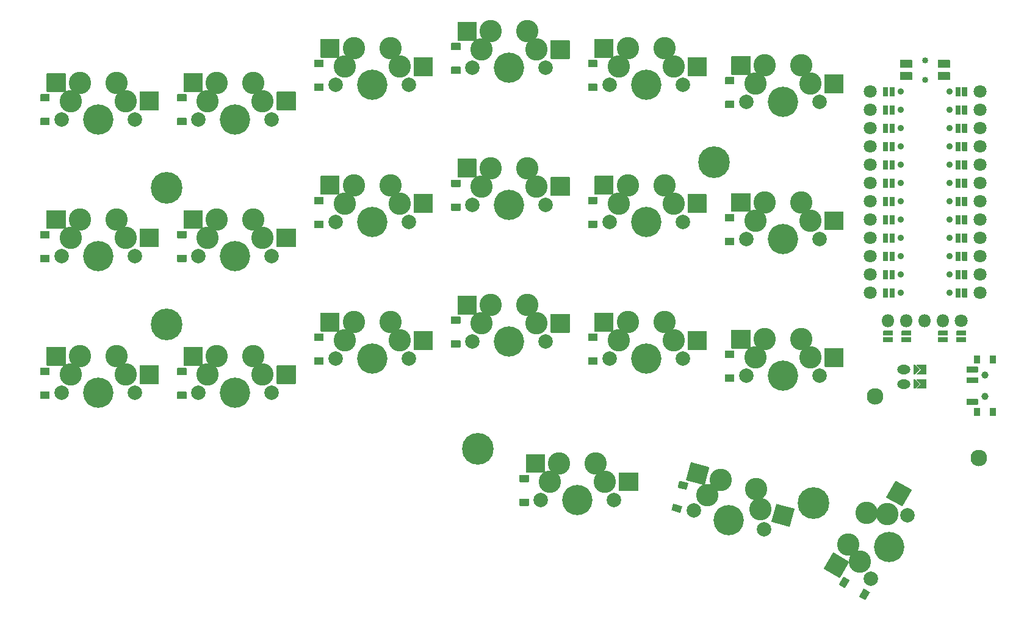
<source format=gts>
G04 #@! TF.GenerationSoftware,KiCad,Pcbnew,8.0.8+1*
G04 #@! TF.CreationDate,2025-07-08T12:52:23+00:00*
G04 #@! TF.ProjectId,corney_island_wireless_autorouted,636f726e-6579-45f6-9973-6c616e645f77,0.2*
G04 #@! TF.SameCoordinates,Original*
G04 #@! TF.FileFunction,Soldermask,Top*
G04 #@! TF.FilePolarity,Negative*
%FSLAX46Y46*%
G04 Gerber Fmt 4.6, Leading zero omitted, Abs format (unit mm)*
G04 Created by KiCad (PCBNEW 8.0.8+1) date 2025-07-08 12:52:23*
%MOMM*%
%LPD*%
G01*
G04 APERTURE LIST*
%ADD10C,2.000000*%
%ADD11C,3.100000*%
%ADD12C,4.200000*%
%ADD13C,4.400000*%
%ADD14C,0.850000*%
%ADD15C,1.000000*%
%ADD16O,1.850000X1.300000*%
%ADD17C,2.300000*%
%ADD18O,1.800000X1.800000*%
%ADD19C,1.800000*%
%ADD20C,0.900000*%
G04 APERTURE END LIST*
G36*
G01*
X131200000Y-96075000D02*
X130000000Y-96075000D01*
G75*
G02*
X129950000Y-96025000I0J50000D01*
G01*
X129950000Y-95125000D01*
G75*
G02*
X130000000Y-95075000I50000J0D01*
G01*
X131200000Y-95075000D01*
G75*
G02*
X131250000Y-95125000I0J-50000D01*
G01*
X131250000Y-96025000D01*
G75*
G02*
X131200000Y-96075000I-50000J0D01*
G01*
G37*
G36*
G01*
X131200000Y-92775000D02*
X130000000Y-92775000D01*
G75*
G02*
X129950000Y-92725000I0J50000D01*
G01*
X129950000Y-91825000D01*
G75*
G02*
X130000000Y-91775000I50000J0D01*
G01*
X131200000Y-91775000D01*
G75*
G02*
X131250000Y-91825000I0J-50000D01*
G01*
X131250000Y-92725000D01*
G75*
G02*
X131200000Y-92775000I-50000J0D01*
G01*
G37*
D10*
X189920000Y-59625000D03*
D11*
X192460000Y-54545000D03*
D12*
X195000000Y-59625000D03*
D11*
X198810000Y-57085000D03*
D10*
X200080000Y-59625000D03*
G36*
G01*
X200760000Y-58335000D02*
X200760000Y-55835000D01*
G75*
G02*
X200810000Y-55785000I50000J0D01*
G01*
X203360000Y-55785000D01*
G75*
G02*
X203410000Y-55835000I0J-50000D01*
G01*
X203410000Y-58335000D01*
G75*
G02*
X203360000Y-58385000I-50000J0D01*
G01*
X200810000Y-58385000D01*
G75*
G02*
X200760000Y-58335000I0J50000D01*
G01*
G37*
G36*
G01*
X187833000Y-55795000D02*
X187833000Y-53295000D01*
G75*
G02*
X187883000Y-53245000I50000J0D01*
G01*
X190433000Y-53245000D01*
G75*
G02*
X190483000Y-53295000I0J-50000D01*
G01*
X190483000Y-55795000D01*
G75*
G02*
X190433000Y-55845000I-50000J0D01*
G01*
X187883000Y-55845000D01*
G75*
G02*
X187833000Y-55795000I0J50000D01*
G01*
G37*
D13*
X199241100Y-115323700D03*
G36*
G01*
X93200000Y-100825000D02*
X92000000Y-100825000D01*
G75*
G02*
X91950000Y-100775000I0J50000D01*
G01*
X91950000Y-99875000D01*
G75*
G02*
X92000000Y-99825000I50000J0D01*
G01*
X93200000Y-99825000D01*
G75*
G02*
X93250000Y-99875000I0J-50000D01*
G01*
X93250000Y-100775000D01*
G75*
G02*
X93200000Y-100825000I-50000J0D01*
G01*
G37*
G36*
G01*
X93200000Y-97525000D02*
X92000000Y-97525000D01*
G75*
G02*
X91950000Y-97475000I0J50000D01*
G01*
X91950000Y-96575000D01*
G75*
G02*
X92000000Y-96525000I50000J0D01*
G01*
X93200000Y-96525000D01*
G75*
G02*
X93250000Y-96575000I0J-50000D01*
G01*
X93250000Y-97475000D01*
G75*
G02*
X93200000Y-97525000I-50000J0D01*
G01*
G37*
D10*
X189920000Y-97625000D03*
D11*
X192460000Y-92545000D03*
D12*
X195000000Y-97625000D03*
D11*
X198810000Y-95085000D03*
D10*
X200080000Y-97625000D03*
G36*
G01*
X200760000Y-96335000D02*
X200760000Y-93835000D01*
G75*
G02*
X200810000Y-93785000I50000J0D01*
G01*
X203360000Y-93785000D01*
G75*
G02*
X203410000Y-93835000I0J-50000D01*
G01*
X203410000Y-96335000D01*
G75*
G02*
X203360000Y-96385000I-50000J0D01*
G01*
X200810000Y-96385000D01*
G75*
G02*
X200760000Y-96335000I0J50000D01*
G01*
G37*
G36*
G01*
X187833000Y-93795000D02*
X187833000Y-91295000D01*
G75*
G02*
X187883000Y-91245000I50000J0D01*
G01*
X190433000Y-91245000D01*
G75*
G02*
X190483000Y-91295000I0J-50000D01*
G01*
X190483000Y-93795000D01*
G75*
G02*
X190433000Y-93845000I-50000J0D01*
G01*
X187883000Y-93845000D01*
G75*
G02*
X187833000Y-93795000I0J50000D01*
G01*
G37*
X132920000Y-76250000D03*
D11*
X135460000Y-71170000D03*
D12*
X138000000Y-76250000D03*
D11*
X141810000Y-73710000D03*
D10*
X143080000Y-76250000D03*
G36*
G01*
X143760000Y-74960000D02*
X143760000Y-72460000D01*
G75*
G02*
X143810000Y-72410000I50000J0D01*
G01*
X146360000Y-72410000D01*
G75*
G02*
X146410000Y-72460000I0J-50000D01*
G01*
X146410000Y-74960000D01*
G75*
G02*
X146360000Y-75010000I-50000J0D01*
G01*
X143810000Y-75010000D01*
G75*
G02*
X143760000Y-74960000I0J50000D01*
G01*
G37*
G36*
G01*
X130833000Y-72420000D02*
X130833000Y-69920000D01*
G75*
G02*
X130883000Y-69870000I50000J0D01*
G01*
X133433000Y-69870000D01*
G75*
G02*
X133483000Y-69920000I0J-50000D01*
G01*
X133483000Y-72420000D01*
G75*
G02*
X133433000Y-72470000I-50000J0D01*
G01*
X130883000Y-72470000D01*
G75*
G02*
X130833000Y-72420000I0J50000D01*
G01*
G37*
D13*
X109500000Y-90500000D03*
D10*
X151920000Y-73875000D03*
D11*
X154460000Y-68795000D03*
D12*
X157000000Y-73875000D03*
D11*
X160810000Y-71335000D03*
D10*
X162080000Y-73875000D03*
G36*
G01*
X162760000Y-72585000D02*
X162760000Y-70085000D01*
G75*
G02*
X162810000Y-70035000I50000J0D01*
G01*
X165360000Y-70035000D01*
G75*
G02*
X165410000Y-70085000I0J-50000D01*
G01*
X165410000Y-72585000D01*
G75*
G02*
X165360000Y-72635000I-50000J0D01*
G01*
X162810000Y-72635000D01*
G75*
G02*
X162760000Y-72585000I0J50000D01*
G01*
G37*
G36*
G01*
X149833000Y-70045000D02*
X149833000Y-67545000D01*
G75*
G02*
X149883000Y-67495000I50000J0D01*
G01*
X152433000Y-67495000D01*
G75*
G02*
X152483000Y-67545000I0J-50000D01*
G01*
X152483000Y-70045000D01*
G75*
G02*
X152433000Y-70095000I-50000J0D01*
G01*
X149883000Y-70095000D01*
G75*
G02*
X149833000Y-70045000I0J50000D01*
G01*
G37*
G36*
G01*
X131200000Y-77075000D02*
X130000000Y-77075000D01*
G75*
G02*
X129950000Y-77025000I0J50000D01*
G01*
X129950000Y-76125000D01*
G75*
G02*
X130000000Y-76075000I50000J0D01*
G01*
X131200000Y-76075000D01*
G75*
G02*
X131250000Y-76125000I0J-50000D01*
G01*
X131250000Y-77025000D01*
G75*
G02*
X131200000Y-77075000I-50000J0D01*
G01*
G37*
G36*
G01*
X131200000Y-73775000D02*
X130000000Y-73775000D01*
G75*
G02*
X129950000Y-73725000I0J50000D01*
G01*
X129950000Y-72825000D01*
G75*
G02*
X130000000Y-72775000I50000J0D01*
G01*
X131200000Y-72775000D01*
G75*
G02*
X131250000Y-72825000I0J-50000D01*
G01*
X131250000Y-73725000D01*
G75*
G02*
X131200000Y-73775000I-50000J0D01*
G01*
G37*
D13*
X109500000Y-71500000D03*
D14*
X214704000Y-53790000D03*
X214704000Y-56540000D03*
G36*
G01*
X218154000Y-53815000D02*
X218154000Y-54815000D01*
G75*
G02*
X218104000Y-54865000I-50000J0D01*
G01*
X216554000Y-54865000D01*
G75*
G02*
X216504000Y-54815000I0J50000D01*
G01*
X216504000Y-53815000D01*
G75*
G02*
X216554000Y-53765000I50000J0D01*
G01*
X218104000Y-53765000D01*
G75*
G02*
X218154000Y-53815000I0J-50000D01*
G01*
G37*
G36*
G01*
X218154000Y-55515000D02*
X218154000Y-56515000D01*
G75*
G02*
X218104000Y-56565000I-50000J0D01*
G01*
X216554000Y-56565000D01*
G75*
G02*
X216504000Y-56515000I0J50000D01*
G01*
X216504000Y-55515000D01*
G75*
G02*
X216554000Y-55465000I50000J0D01*
G01*
X218104000Y-55465000D01*
G75*
G02*
X218154000Y-55515000I0J-50000D01*
G01*
G37*
G36*
G01*
X212904000Y-53815000D02*
X212904000Y-54815000D01*
G75*
G02*
X212854000Y-54865000I-50000J0D01*
G01*
X211304000Y-54865000D01*
G75*
G02*
X211254000Y-54815000I0J50000D01*
G01*
X211254000Y-53815000D01*
G75*
G02*
X211304000Y-53765000I50000J0D01*
G01*
X212854000Y-53765000D01*
G75*
G02*
X212904000Y-53815000I0J-50000D01*
G01*
G37*
G36*
G01*
X212904000Y-55515000D02*
X212904000Y-56515000D01*
G75*
G02*
X212854000Y-56565000I-50000J0D01*
G01*
X211304000Y-56565000D01*
G75*
G02*
X211254000Y-56515000I0J50000D01*
G01*
X211254000Y-55515000D01*
G75*
G02*
X211304000Y-55465000I50000J0D01*
G01*
X212854000Y-55465000D01*
G75*
G02*
X212904000Y-55515000I0J-50000D01*
G01*
G37*
D10*
X207206800Y-125788609D03*
D11*
X204077391Y-121048905D03*
D12*
X209746800Y-121389200D03*
D11*
X209452095Y-116819643D03*
D10*
X212286800Y-116989791D03*
G36*
G01*
X211509627Y-115755893D02*
X209344563Y-114505893D01*
G75*
G02*
X209326262Y-114437592I25000J43301D01*
G01*
X210601262Y-112229228D01*
G75*
G02*
X210669563Y-112210927I43301J-25000D01*
G01*
X212834627Y-113460927D01*
G75*
G02*
X212852928Y-113529228I-25000J-43301D01*
G01*
X211577928Y-115737592D01*
G75*
G02*
X211509627Y-115755893I-43301J25000D01*
G01*
G37*
G36*
G01*
X202846423Y-125681003D02*
X200681359Y-124431003D01*
G75*
G02*
X200663058Y-124362702I25000J43301D01*
G01*
X201938058Y-122154338D01*
G75*
G02*
X202006359Y-122136037I43301J-25000D01*
G01*
X204171423Y-123386037D01*
G75*
G02*
X204189724Y-123454338I-25000J-43301D01*
G01*
X202914724Y-125662702D01*
G75*
G02*
X202846423Y-125681003I-43301J25000D01*
G01*
G37*
X189920000Y-78625000D03*
D11*
X192460000Y-73545000D03*
D12*
X195000000Y-78625000D03*
D11*
X198810000Y-76085000D03*
D10*
X200080000Y-78625000D03*
G36*
G01*
X200760000Y-77335000D02*
X200760000Y-74835000D01*
G75*
G02*
X200810000Y-74785000I50000J0D01*
G01*
X203360000Y-74785000D01*
G75*
G02*
X203410000Y-74835000I0J-50000D01*
G01*
X203410000Y-77335000D01*
G75*
G02*
X203360000Y-77385000I-50000J0D01*
G01*
X200810000Y-77385000D01*
G75*
G02*
X200760000Y-77335000I0J50000D01*
G01*
G37*
G36*
G01*
X187833000Y-74795000D02*
X187833000Y-72295000D01*
G75*
G02*
X187883000Y-72245000I50000J0D01*
G01*
X190433000Y-72245000D01*
G75*
G02*
X190483000Y-72295000I0J-50000D01*
G01*
X190483000Y-74795000D01*
G75*
G02*
X190433000Y-74845000I-50000J0D01*
G01*
X187883000Y-74845000D01*
G75*
G02*
X187833000Y-74795000I0J50000D01*
G01*
G37*
X113920000Y-62000000D03*
D11*
X116460000Y-56920000D03*
D12*
X119000000Y-62000000D03*
D11*
X122810000Y-59460000D03*
D10*
X124080000Y-62000000D03*
G36*
G01*
X124760000Y-60710000D02*
X124760000Y-58210000D01*
G75*
G02*
X124810000Y-58160000I50000J0D01*
G01*
X127360000Y-58160000D01*
G75*
G02*
X127410000Y-58210000I0J-50000D01*
G01*
X127410000Y-60710000D01*
G75*
G02*
X127360000Y-60760000I-50000J0D01*
G01*
X124810000Y-60760000D01*
G75*
G02*
X124760000Y-60710000I0J50000D01*
G01*
G37*
G36*
G01*
X111833000Y-58170000D02*
X111833000Y-55670000D01*
G75*
G02*
X111883000Y-55620000I50000J0D01*
G01*
X114433000Y-55620000D01*
G75*
G02*
X114483000Y-55670000I0J-50000D01*
G01*
X114483000Y-58170000D01*
G75*
G02*
X114433000Y-58220000I-50000J0D01*
G01*
X111883000Y-58220000D01*
G75*
G02*
X111833000Y-58170000I0J50000D01*
G01*
G37*
G36*
G01*
X188200000Y-98450000D02*
X187000000Y-98450000D01*
G75*
G02*
X186950000Y-98400000I0J50000D01*
G01*
X186950000Y-97500000D01*
G75*
G02*
X187000000Y-97450000I50000J0D01*
G01*
X188200000Y-97450000D01*
G75*
G02*
X188250000Y-97500000I0J-50000D01*
G01*
X188250000Y-98400000D01*
G75*
G02*
X188200000Y-98450000I-50000J0D01*
G01*
G37*
G36*
G01*
X188200000Y-95150000D02*
X187000000Y-95150000D01*
G75*
G02*
X186950000Y-95100000I0J50000D01*
G01*
X186950000Y-94200000D01*
G75*
G02*
X187000000Y-94150000I50000J0D01*
G01*
X188200000Y-94150000D01*
G75*
G02*
X188250000Y-94200000I0J-50000D01*
G01*
X188250000Y-95100000D01*
G75*
G02*
X188200000Y-95150000I-50000J0D01*
G01*
G37*
X132920000Y-95250000D03*
D11*
X135460000Y-90170000D03*
D12*
X138000000Y-95250000D03*
D11*
X141810000Y-92710000D03*
D10*
X143080000Y-95250000D03*
G36*
G01*
X143760000Y-93960000D02*
X143760000Y-91460000D01*
G75*
G02*
X143810000Y-91410000I50000J0D01*
G01*
X146360000Y-91410000D01*
G75*
G02*
X146410000Y-91460000I0J-50000D01*
G01*
X146410000Y-93960000D01*
G75*
G02*
X146360000Y-94010000I-50000J0D01*
G01*
X143810000Y-94010000D01*
G75*
G02*
X143760000Y-93960000I0J50000D01*
G01*
G37*
G36*
G01*
X130833000Y-91420000D02*
X130833000Y-88920000D01*
G75*
G02*
X130883000Y-88870000I50000J0D01*
G01*
X133433000Y-88870000D01*
G75*
G02*
X133483000Y-88920000I0J-50000D01*
G01*
X133483000Y-91420000D01*
G75*
G02*
X133433000Y-91470000I-50000J0D01*
G01*
X130883000Y-91470000D01*
G75*
G02*
X130833000Y-91420000I0J50000D01*
G01*
G37*
G36*
G01*
X93200000Y-62825000D02*
X92000000Y-62825000D01*
G75*
G02*
X91950000Y-62775000I0J50000D01*
G01*
X91950000Y-61875000D01*
G75*
G02*
X92000000Y-61825000I50000J0D01*
G01*
X93200000Y-61825000D01*
G75*
G02*
X93250000Y-61875000I0J-50000D01*
G01*
X93250000Y-62775000D01*
G75*
G02*
X93200000Y-62825000I-50000J0D01*
G01*
G37*
G36*
G01*
X93200000Y-59525000D02*
X92000000Y-59525000D01*
G75*
G02*
X91950000Y-59475000I0J50000D01*
G01*
X91950000Y-58575000D01*
G75*
G02*
X92000000Y-58525000I50000J0D01*
G01*
X93200000Y-58525000D01*
G75*
G02*
X93250000Y-58575000I0J-50000D01*
G01*
X93250000Y-59475000D01*
G75*
G02*
X93200000Y-59525000I-50000J0D01*
G01*
G37*
X132920000Y-57250000D03*
D11*
X135460000Y-52170000D03*
D12*
X138000000Y-57250000D03*
D11*
X141810000Y-54710000D03*
D10*
X143080000Y-57250000D03*
G36*
G01*
X143760000Y-55960000D02*
X143760000Y-53460000D01*
G75*
G02*
X143810000Y-53410000I50000J0D01*
G01*
X146360000Y-53410000D01*
G75*
G02*
X146410000Y-53460000I0J-50000D01*
G01*
X146410000Y-55960000D01*
G75*
G02*
X146360000Y-56010000I-50000J0D01*
G01*
X143810000Y-56010000D01*
G75*
G02*
X143760000Y-55960000I0J50000D01*
G01*
G37*
G36*
G01*
X130833000Y-53420000D02*
X130833000Y-50920000D01*
G75*
G02*
X130883000Y-50870000I50000J0D01*
G01*
X133433000Y-50870000D01*
G75*
G02*
X133483000Y-50920000I0J-50000D01*
G01*
X133483000Y-53420000D01*
G75*
G02*
X133433000Y-53470000I-50000J0D01*
G01*
X130883000Y-53470000D01*
G75*
G02*
X130833000Y-53420000I0J50000D01*
G01*
G37*
X94920000Y-81000000D03*
D11*
X97460000Y-75920000D03*
D12*
X100000000Y-81000000D03*
D11*
X103810000Y-78460000D03*
D10*
X105080000Y-81000000D03*
G36*
G01*
X105760000Y-79710000D02*
X105760000Y-77210000D01*
G75*
G02*
X105810000Y-77160000I50000J0D01*
G01*
X108360000Y-77160000D01*
G75*
G02*
X108410000Y-77210000I0J-50000D01*
G01*
X108410000Y-79710000D01*
G75*
G02*
X108360000Y-79760000I-50000J0D01*
G01*
X105810000Y-79760000D01*
G75*
G02*
X105760000Y-79710000I0J50000D01*
G01*
G37*
G36*
G01*
X92833000Y-77170000D02*
X92833000Y-74670000D01*
G75*
G02*
X92883000Y-74620000I50000J0D01*
G01*
X95433000Y-74620000D01*
G75*
G02*
X95483000Y-74670000I0J-50000D01*
G01*
X95483000Y-77170000D01*
G75*
G02*
X95433000Y-77220000I-50000J0D01*
G01*
X92883000Y-77220000D01*
G75*
G02*
X92833000Y-77170000I0J50000D01*
G01*
G37*
G36*
G01*
X222315000Y-95900000D02*
X221515000Y-95900000D01*
G75*
G02*
X221465000Y-95850000I0J50000D01*
G01*
X221465000Y-94850000D01*
G75*
G02*
X221515000Y-94800000I50000J0D01*
G01*
X222315000Y-94800000D01*
G75*
G02*
X222365000Y-94850000I0J-50000D01*
G01*
X222365000Y-95850000D01*
G75*
G02*
X222315000Y-95900000I-50000J0D01*
G01*
G37*
G36*
G01*
X222315000Y-103200000D02*
X221515000Y-103200000D01*
G75*
G02*
X221465000Y-103150000I0J50000D01*
G01*
X221465000Y-102150000D01*
G75*
G02*
X221515000Y-102100000I50000J0D01*
G01*
X222315000Y-102100000D01*
G75*
G02*
X222365000Y-102150000I0J-50000D01*
G01*
X222365000Y-103150000D01*
G75*
G02*
X222315000Y-103200000I-50000J0D01*
G01*
G37*
D15*
X223025000Y-97500000D03*
X223025000Y-100500000D03*
G36*
G01*
X224525000Y-95900000D02*
X223725000Y-95900000D01*
G75*
G02*
X223675000Y-95850000I0J50000D01*
G01*
X223675000Y-94850000D01*
G75*
G02*
X223725000Y-94800000I50000J0D01*
G01*
X224525000Y-94800000D01*
G75*
G02*
X224575000Y-94850000I0J-50000D01*
G01*
X224575000Y-95850000D01*
G75*
G02*
X224525000Y-95900000I-50000J0D01*
G01*
G37*
G36*
G01*
X224525000Y-103200000D02*
X223725000Y-103200000D01*
G75*
G02*
X223675000Y-103150000I0J50000D01*
G01*
X223675000Y-102150000D01*
G75*
G02*
X223725000Y-102100000I50000J0D01*
G01*
X224525000Y-102100000D01*
G75*
G02*
X224575000Y-102150000I0J-50000D01*
G01*
X224575000Y-103150000D01*
G75*
G02*
X224525000Y-103200000I-50000J0D01*
G01*
G37*
G36*
G01*
X222015000Y-101650000D02*
X220515000Y-101650000D01*
G75*
G02*
X220465000Y-101600000I0J50000D01*
G01*
X220465000Y-100900000D01*
G75*
G02*
X220515000Y-100850000I50000J0D01*
G01*
X222015000Y-100850000D01*
G75*
G02*
X222065000Y-100900000I0J-50000D01*
G01*
X222065000Y-101600000D01*
G75*
G02*
X222015000Y-101650000I-50000J0D01*
G01*
G37*
G36*
G01*
X222015000Y-98650000D02*
X220515000Y-98650000D01*
G75*
G02*
X220465000Y-98600000I0J50000D01*
G01*
X220465000Y-97900000D01*
G75*
G02*
X220515000Y-97850000I50000J0D01*
G01*
X222015000Y-97850000D01*
G75*
G02*
X222065000Y-97900000I0J-50000D01*
G01*
X222065000Y-98600000D01*
G75*
G02*
X222015000Y-98650000I-50000J0D01*
G01*
G37*
G36*
G01*
X222015000Y-97150000D02*
X220515000Y-97150000D01*
G75*
G02*
X220465000Y-97100000I0J50000D01*
G01*
X220465000Y-96400000D01*
G75*
G02*
X220515000Y-96350000I50000J0D01*
G01*
X222015000Y-96350000D01*
G75*
G02*
X222065000Y-96400000I0J-50000D01*
G01*
X222065000Y-97100000D01*
G75*
G02*
X222015000Y-97150000I-50000J0D01*
G01*
G37*
D10*
X182593097Y-116310199D03*
D11*
X186361349Y-112060696D03*
D12*
X187500000Y-117625000D03*
D11*
X191837578Y-116157649D03*
D10*
X192406903Y-118939801D03*
G36*
G01*
X193397610Y-117869753D02*
X194044657Y-115454938D01*
G75*
G02*
X194105894Y-115419583I48296J-12941D01*
G01*
X196569005Y-116079572D01*
G75*
G02*
X196604360Y-116140809I-12941J-48296D01*
G01*
X195957313Y-118555624D01*
G75*
G02*
X195896076Y-118590979I-48296J12941D01*
G01*
X193432965Y-117930990D01*
G75*
G02*
X193397610Y-117869753I12941J48296D01*
G01*
G37*
G36*
G01*
X181568487Y-112070548D02*
X182215534Y-109655733D01*
G75*
G02*
X182276771Y-109620378I48296J-12941D01*
G01*
X184739882Y-110280367D01*
G75*
G02*
X184775237Y-110341604I-12941J-48296D01*
G01*
X184128190Y-112756419D01*
G75*
G02*
X184066953Y-112791774I-48296J12941D01*
G01*
X181603842Y-112131785D01*
G75*
G02*
X181568487Y-112070548I12941J48296D01*
G01*
G37*
G36*
G01*
X207061254Y-127690585D02*
X206461254Y-128729815D01*
G75*
G02*
X206392953Y-128748116I-43301J25000D01*
G01*
X205613531Y-128298116D01*
G75*
G02*
X205595230Y-128229815I25000J43301D01*
G01*
X206195230Y-127190585D01*
G75*
G02*
X206263531Y-127172284I43301J-25000D01*
G01*
X207042953Y-127622284D01*
G75*
G02*
X207061254Y-127690585I-25000J-43301D01*
G01*
G37*
G36*
G01*
X204203370Y-126040585D02*
X203603370Y-127079815D01*
G75*
G02*
X203535069Y-127098116I-43301J25000D01*
G01*
X202755647Y-126648116D01*
G75*
G02*
X202737346Y-126579815I25000J43301D01*
G01*
X203337346Y-125540585D01*
G75*
G02*
X203405647Y-125522284I43301J-25000D01*
G01*
X204185069Y-125972284D01*
G75*
G02*
X204203370Y-126040585I-25000J-43301D01*
G01*
G37*
X94920000Y-100000000D03*
D11*
X97460000Y-94920000D03*
D12*
X100000000Y-100000000D03*
D11*
X103810000Y-97460000D03*
D10*
X105080000Y-100000000D03*
G36*
G01*
X105760000Y-98710000D02*
X105760000Y-96210000D01*
G75*
G02*
X105810000Y-96160000I50000J0D01*
G01*
X108360000Y-96160000D01*
G75*
G02*
X108410000Y-96210000I0J-50000D01*
G01*
X108410000Y-98710000D01*
G75*
G02*
X108360000Y-98760000I-50000J0D01*
G01*
X105810000Y-98760000D01*
G75*
G02*
X105760000Y-98710000I0J50000D01*
G01*
G37*
G36*
G01*
X92833000Y-96170000D02*
X92833000Y-93670000D01*
G75*
G02*
X92883000Y-93620000I50000J0D01*
G01*
X95433000Y-93620000D01*
G75*
G02*
X95483000Y-93670000I0J-50000D01*
G01*
X95483000Y-96170000D01*
G75*
G02*
X95433000Y-96220000I-50000J0D01*
G01*
X92883000Y-96220000D01*
G75*
G02*
X92833000Y-96170000I0J50000D01*
G01*
G37*
X161420000Y-114875000D03*
D11*
X163960000Y-109795000D03*
D12*
X166500000Y-114875000D03*
D11*
X170310000Y-112335000D03*
D10*
X171580000Y-114875000D03*
G36*
G01*
X172260000Y-113585000D02*
X172260000Y-111085000D01*
G75*
G02*
X172310000Y-111035000I50000J0D01*
G01*
X174860000Y-111035000D01*
G75*
G02*
X174910000Y-111085000I0J-50000D01*
G01*
X174910000Y-113585000D01*
G75*
G02*
X174860000Y-113635000I-50000J0D01*
G01*
X172310000Y-113635000D01*
G75*
G02*
X172260000Y-113585000I0J50000D01*
G01*
G37*
G36*
G01*
X159333000Y-111045000D02*
X159333000Y-108545000D01*
G75*
G02*
X159383000Y-108495000I50000J0D01*
G01*
X161933000Y-108495000D01*
G75*
G02*
X161983000Y-108545000I0J-50000D01*
G01*
X161983000Y-111045000D01*
G75*
G02*
X161933000Y-111095000I-50000J0D01*
G01*
X159383000Y-111095000D01*
G75*
G02*
X159333000Y-111045000I0J50000D01*
G01*
G37*
G36*
G01*
X131200000Y-58075000D02*
X130000000Y-58075000D01*
G75*
G02*
X129950000Y-58025000I0J50000D01*
G01*
X129950000Y-57125000D01*
G75*
G02*
X130000000Y-57075000I50000J0D01*
G01*
X131200000Y-57075000D01*
G75*
G02*
X131250000Y-57125000I0J-50000D01*
G01*
X131250000Y-58025000D01*
G75*
G02*
X131200000Y-58075000I-50000J0D01*
G01*
G37*
G36*
G01*
X131200000Y-54775000D02*
X130000000Y-54775000D01*
G75*
G02*
X129950000Y-54725000I0J50000D01*
G01*
X129950000Y-53825000D01*
G75*
G02*
X130000000Y-53775000I50000J0D01*
G01*
X131200000Y-53775000D01*
G75*
G02*
X131250000Y-53825000I0J-50000D01*
G01*
X131250000Y-54725000D01*
G75*
G02*
X131200000Y-54775000I-50000J0D01*
G01*
G37*
G36*
G01*
X150200000Y-74700000D02*
X149000000Y-74700000D01*
G75*
G02*
X148950000Y-74650000I0J50000D01*
G01*
X148950000Y-73750000D01*
G75*
G02*
X149000000Y-73700000I50000J0D01*
G01*
X150200000Y-73700000D01*
G75*
G02*
X150250000Y-73750000I0J-50000D01*
G01*
X150250000Y-74650000D01*
G75*
G02*
X150200000Y-74700000I-50000J0D01*
G01*
G37*
G36*
G01*
X150200000Y-71400000D02*
X149000000Y-71400000D01*
G75*
G02*
X148950000Y-71350000I0J50000D01*
G01*
X148950000Y-70450000D01*
G75*
G02*
X149000000Y-70400000I50000J0D01*
G01*
X150200000Y-70400000D01*
G75*
G02*
X150250000Y-70450000I0J-50000D01*
G01*
X150250000Y-71350000D01*
G75*
G02*
X150200000Y-71400000I-50000J0D01*
G01*
G37*
G36*
X214851355Y-99385355D02*
G01*
X214816000Y-99400000D01*
X213566000Y-99400000D01*
X213530645Y-99385355D01*
X213516000Y-99350000D01*
X213530645Y-99314645D01*
X214095290Y-98750000D01*
X213530645Y-98185355D01*
X213516000Y-98150000D01*
X213530645Y-98114645D01*
X213566000Y-98100000D01*
X214816000Y-98100000D01*
X214851355Y-98114645D01*
X214866000Y-98150000D01*
X214866000Y-99350000D01*
X214851355Y-99385355D01*
G37*
G36*
X214851355Y-97385355D02*
G01*
X214816000Y-97400000D01*
X213566000Y-97400000D01*
X213530645Y-97385355D01*
X213516000Y-97350000D01*
X213530645Y-97314645D01*
X214095290Y-96750000D01*
X213530645Y-96185355D01*
X213516000Y-96150000D01*
X213530645Y-96114645D01*
X213566000Y-96100000D01*
X214816000Y-96100000D01*
X214851355Y-96114645D01*
X214866000Y-96150000D01*
X214866000Y-97350000D01*
X214851355Y-97385355D01*
G37*
D16*
X211750000Y-98750000D03*
X211750000Y-96750000D03*
G36*
X213985355Y-98785355D02*
G01*
X213385355Y-99385355D01*
X213350000Y-99400000D01*
X213150000Y-99400000D01*
X213114645Y-99385355D01*
X213100000Y-99350000D01*
X213100000Y-98150000D01*
X213114645Y-98114645D01*
X213150000Y-98100000D01*
X213350000Y-98100000D01*
X213385355Y-98114645D01*
X213985355Y-98714645D01*
X214000000Y-98750000D01*
X213985355Y-98785355D01*
G37*
G36*
X213985355Y-96785355D02*
G01*
X213385355Y-97385355D01*
X213350000Y-97400000D01*
X213150000Y-97400000D01*
X213114645Y-97385355D01*
X213100000Y-97350000D01*
X213100000Y-96150000D01*
X213114645Y-96114645D01*
X213150000Y-96100000D01*
X213350000Y-96100000D01*
X213385355Y-96114645D01*
X213985355Y-96714645D01*
X214000000Y-96750000D01*
X213985355Y-96785355D01*
G37*
G36*
G01*
X112200000Y-62825000D02*
X111000000Y-62825000D01*
G75*
G02*
X110950000Y-62775000I0J50000D01*
G01*
X110950000Y-61875000D01*
G75*
G02*
X111000000Y-61825000I50000J0D01*
G01*
X112200000Y-61825000D01*
G75*
G02*
X112250000Y-61875000I0J-50000D01*
G01*
X112250000Y-62775000D01*
G75*
G02*
X112200000Y-62825000I-50000J0D01*
G01*
G37*
G36*
G01*
X112200000Y-59525000D02*
X111000000Y-59525000D01*
G75*
G02*
X110950000Y-59475000I0J50000D01*
G01*
X110950000Y-58575000D01*
G75*
G02*
X111000000Y-58525000I50000J0D01*
G01*
X112200000Y-58525000D01*
G75*
G02*
X112250000Y-58575000I0J-50000D01*
G01*
X112250000Y-59475000D01*
G75*
G02*
X112200000Y-59525000I-50000J0D01*
G01*
G37*
D10*
X170920000Y-76250000D03*
D11*
X173460000Y-71170000D03*
D12*
X176000000Y-76250000D03*
D11*
X179810000Y-73710000D03*
D10*
X181080000Y-76250000D03*
G36*
G01*
X181760000Y-74960000D02*
X181760000Y-72460000D01*
G75*
G02*
X181810000Y-72410000I50000J0D01*
G01*
X184360000Y-72410000D01*
G75*
G02*
X184410000Y-72460000I0J-50000D01*
G01*
X184410000Y-74960000D01*
G75*
G02*
X184360000Y-75010000I-50000J0D01*
G01*
X181810000Y-75010000D01*
G75*
G02*
X181760000Y-74960000I0J50000D01*
G01*
G37*
G36*
G01*
X168833000Y-72420000D02*
X168833000Y-69920000D01*
G75*
G02*
X168883000Y-69870000I50000J0D01*
G01*
X171433000Y-69870000D01*
G75*
G02*
X171483000Y-69920000I0J-50000D01*
G01*
X171483000Y-72420000D01*
G75*
G02*
X171433000Y-72470000I-50000J0D01*
G01*
X168883000Y-72470000D01*
G75*
G02*
X168833000Y-72420000I0J50000D01*
G01*
G37*
X94920000Y-62000000D03*
D11*
X97460000Y-56920000D03*
D12*
X100000000Y-62000000D03*
D11*
X103810000Y-59460000D03*
D10*
X105080000Y-62000000D03*
G36*
G01*
X105760000Y-60710000D02*
X105760000Y-58210000D01*
G75*
G02*
X105810000Y-58160000I50000J0D01*
G01*
X108360000Y-58160000D01*
G75*
G02*
X108410000Y-58210000I0J-50000D01*
G01*
X108410000Y-60710000D01*
G75*
G02*
X108360000Y-60760000I-50000J0D01*
G01*
X105810000Y-60760000D01*
G75*
G02*
X105760000Y-60710000I0J50000D01*
G01*
G37*
G36*
G01*
X92833000Y-58170000D02*
X92833000Y-55670000D01*
G75*
G02*
X92883000Y-55620000I50000J0D01*
G01*
X95433000Y-55620000D01*
G75*
G02*
X95483000Y-55670000I0J-50000D01*
G01*
X95483000Y-58170000D01*
G75*
G02*
X95433000Y-58220000I-50000J0D01*
G01*
X92883000Y-58220000D01*
G75*
G02*
X92833000Y-58170000I0J50000D01*
G01*
G37*
X170920000Y-95250000D03*
D11*
X173460000Y-90170000D03*
D12*
X176000000Y-95250000D03*
D11*
X179810000Y-92710000D03*
D10*
X181080000Y-95250000D03*
G36*
G01*
X181760000Y-93960000D02*
X181760000Y-91460000D01*
G75*
G02*
X181810000Y-91410000I50000J0D01*
G01*
X184360000Y-91410000D01*
G75*
G02*
X184410000Y-91460000I0J-50000D01*
G01*
X184410000Y-93960000D01*
G75*
G02*
X184360000Y-94010000I-50000J0D01*
G01*
X181810000Y-94010000D01*
G75*
G02*
X181760000Y-93960000I0J50000D01*
G01*
G37*
G36*
G01*
X168833000Y-91420000D02*
X168833000Y-88920000D01*
G75*
G02*
X168883000Y-88870000I50000J0D01*
G01*
X171433000Y-88870000D01*
G75*
G02*
X171483000Y-88920000I0J-50000D01*
G01*
X171483000Y-91420000D01*
G75*
G02*
X171433000Y-91470000I-50000J0D01*
G01*
X168883000Y-91470000D01*
G75*
G02*
X168833000Y-91420000I0J50000D01*
G01*
G37*
D13*
X185468000Y-67986000D03*
D10*
X113920000Y-100000000D03*
D11*
X116460000Y-94920000D03*
D12*
X119000000Y-100000000D03*
D11*
X122810000Y-97460000D03*
D10*
X124080000Y-100000000D03*
G36*
G01*
X124760000Y-98710000D02*
X124760000Y-96210000D01*
G75*
G02*
X124810000Y-96160000I50000J0D01*
G01*
X127360000Y-96160000D01*
G75*
G02*
X127410000Y-96210000I0J-50000D01*
G01*
X127410000Y-98710000D01*
G75*
G02*
X127360000Y-98760000I-50000J0D01*
G01*
X124810000Y-98760000D01*
G75*
G02*
X124760000Y-98710000I0J50000D01*
G01*
G37*
G36*
G01*
X111833000Y-96170000D02*
X111833000Y-93670000D01*
G75*
G02*
X111883000Y-93620000I50000J0D01*
G01*
X114433000Y-93620000D01*
G75*
G02*
X114483000Y-93670000I0J-50000D01*
G01*
X114483000Y-96170000D01*
G75*
G02*
X114433000Y-96220000I-50000J0D01*
G01*
X111883000Y-96220000D01*
G75*
G02*
X111833000Y-96170000I0J50000D01*
G01*
G37*
X151920000Y-92875000D03*
D11*
X154460000Y-87795000D03*
D12*
X157000000Y-92875000D03*
D11*
X160810000Y-90335000D03*
D10*
X162080000Y-92875000D03*
G36*
G01*
X162760000Y-91585000D02*
X162760000Y-89085000D01*
G75*
G02*
X162810000Y-89035000I50000J0D01*
G01*
X165360000Y-89035000D01*
G75*
G02*
X165410000Y-89085000I0J-50000D01*
G01*
X165410000Y-91585000D01*
G75*
G02*
X165360000Y-91635000I-50000J0D01*
G01*
X162810000Y-91635000D01*
G75*
G02*
X162760000Y-91585000I0J50000D01*
G01*
G37*
G36*
G01*
X149833000Y-89045000D02*
X149833000Y-86545000D01*
G75*
G02*
X149883000Y-86495000I50000J0D01*
G01*
X152433000Y-86495000D01*
G75*
G02*
X152483000Y-86545000I0J-50000D01*
G01*
X152483000Y-89045000D01*
G75*
G02*
X152433000Y-89095000I-50000J0D01*
G01*
X149883000Y-89095000D01*
G75*
G02*
X149833000Y-89045000I0J50000D01*
G01*
G37*
G36*
G01*
X93200000Y-81825000D02*
X92000000Y-81825000D01*
G75*
G02*
X91950000Y-81775000I0J50000D01*
G01*
X91950000Y-80875000D01*
G75*
G02*
X92000000Y-80825000I50000J0D01*
G01*
X93200000Y-80825000D01*
G75*
G02*
X93250000Y-80875000I0J-50000D01*
G01*
X93250000Y-81775000D01*
G75*
G02*
X93200000Y-81825000I-50000J0D01*
G01*
G37*
G36*
G01*
X93200000Y-78525000D02*
X92000000Y-78525000D01*
G75*
G02*
X91950000Y-78475000I0J50000D01*
G01*
X91950000Y-77575000D01*
G75*
G02*
X92000000Y-77525000I50000J0D01*
G01*
X93200000Y-77525000D01*
G75*
G02*
X93250000Y-77575000I0J-50000D01*
G01*
X93250000Y-78475000D01*
G75*
G02*
X93200000Y-78525000I-50000J0D01*
G01*
G37*
G36*
G01*
X150200000Y-55700000D02*
X149000000Y-55700000D01*
G75*
G02*
X148950000Y-55650000I0J50000D01*
G01*
X148950000Y-54750000D01*
G75*
G02*
X149000000Y-54700000I50000J0D01*
G01*
X150200000Y-54700000D01*
G75*
G02*
X150250000Y-54750000I0J-50000D01*
G01*
X150250000Y-55650000D01*
G75*
G02*
X150200000Y-55700000I-50000J0D01*
G01*
G37*
G36*
G01*
X150200000Y-52400000D02*
X149000000Y-52400000D01*
G75*
G02*
X148950000Y-52350000I0J50000D01*
G01*
X148950000Y-51450000D01*
G75*
G02*
X149000000Y-51400000I50000J0D01*
G01*
X150200000Y-51400000D01*
G75*
G02*
X150250000Y-51450000I0J-50000D01*
G01*
X150250000Y-52350000D01*
G75*
G02*
X150200000Y-52400000I-50000J0D01*
G01*
G37*
G36*
G01*
X169200000Y-77075000D02*
X168000000Y-77075000D01*
G75*
G02*
X167950000Y-77025000I0J50000D01*
G01*
X167950000Y-76125000D01*
G75*
G02*
X168000000Y-76075000I50000J0D01*
G01*
X169200000Y-76075000D01*
G75*
G02*
X169250000Y-76125000I0J-50000D01*
G01*
X169250000Y-77025000D01*
G75*
G02*
X169200000Y-77075000I-50000J0D01*
G01*
G37*
G36*
G01*
X169200000Y-73775000D02*
X168000000Y-73775000D01*
G75*
G02*
X167950000Y-73725000I0J50000D01*
G01*
X167950000Y-72825000D01*
G75*
G02*
X168000000Y-72775000I50000J0D01*
G01*
X169200000Y-72775000D01*
G75*
G02*
X169250000Y-72825000I0J-50000D01*
G01*
X169250000Y-73725000D01*
G75*
G02*
X169200000Y-73775000I-50000J0D01*
G01*
G37*
D13*
X152657000Y-107740000D03*
G36*
G01*
X169200000Y-96075000D02*
X168000000Y-96075000D01*
G75*
G02*
X167950000Y-96025000I0J50000D01*
G01*
X167950000Y-95125000D01*
G75*
G02*
X168000000Y-95075000I50000J0D01*
G01*
X169200000Y-95075000D01*
G75*
G02*
X169250000Y-95125000I0J-50000D01*
G01*
X169250000Y-96025000D01*
G75*
G02*
X169200000Y-96075000I-50000J0D01*
G01*
G37*
G36*
G01*
X169200000Y-92775000D02*
X168000000Y-92775000D01*
G75*
G02*
X167950000Y-92725000I0J50000D01*
G01*
X167950000Y-91825000D01*
G75*
G02*
X168000000Y-91775000I50000J0D01*
G01*
X169200000Y-91775000D01*
G75*
G02*
X169250000Y-91825000I0J-50000D01*
G01*
X169250000Y-92725000D01*
G75*
G02*
X169200000Y-92775000I-50000J0D01*
G01*
G37*
G36*
G01*
X188200000Y-60450000D02*
X187000000Y-60450000D01*
G75*
G02*
X186950000Y-60400000I0J50000D01*
G01*
X186950000Y-59500000D01*
G75*
G02*
X187000000Y-59450000I50000J0D01*
G01*
X188200000Y-59450000D01*
G75*
G02*
X188250000Y-59500000I0J-50000D01*
G01*
X188250000Y-60400000D01*
G75*
G02*
X188200000Y-60450000I-50000J0D01*
G01*
G37*
G36*
G01*
X188200000Y-57150000D02*
X187000000Y-57150000D01*
G75*
G02*
X186950000Y-57100000I0J50000D01*
G01*
X186950000Y-56200000D01*
G75*
G02*
X187000000Y-56150000I50000J0D01*
G01*
X188200000Y-56150000D01*
G75*
G02*
X188250000Y-56200000I0J-50000D01*
G01*
X188250000Y-57100000D01*
G75*
G02*
X188200000Y-57150000I-50000J0D01*
G01*
G37*
G36*
G01*
X150200000Y-93700000D02*
X149000000Y-93700000D01*
G75*
G02*
X148950000Y-93650000I0J50000D01*
G01*
X148950000Y-92750000D01*
G75*
G02*
X149000000Y-92700000I50000J0D01*
G01*
X150200000Y-92700000D01*
G75*
G02*
X150250000Y-92750000I0J-50000D01*
G01*
X150250000Y-93650000D01*
G75*
G02*
X150200000Y-93700000I-50000J0D01*
G01*
G37*
G36*
G01*
X150200000Y-90400000D02*
X149000000Y-90400000D01*
G75*
G02*
X148950000Y-90350000I0J50000D01*
G01*
X148950000Y-89450000D01*
G75*
G02*
X149000000Y-89400000I50000J0D01*
G01*
X150200000Y-89400000D01*
G75*
G02*
X150250000Y-89450000I0J-50000D01*
G01*
X150250000Y-90350000D01*
G75*
G02*
X150200000Y-90400000I-50000J0D01*
G01*
G37*
G36*
G01*
X112200000Y-100825000D02*
X111000000Y-100825000D01*
G75*
G02*
X110950000Y-100775000I0J50000D01*
G01*
X110950000Y-99875000D01*
G75*
G02*
X111000000Y-99825000I50000J0D01*
G01*
X112200000Y-99825000D01*
G75*
G02*
X112250000Y-99875000I0J-50000D01*
G01*
X112250000Y-100775000D01*
G75*
G02*
X112200000Y-100825000I-50000J0D01*
G01*
G37*
G36*
G01*
X112200000Y-97525000D02*
X111000000Y-97525000D01*
G75*
G02*
X110950000Y-97475000I0J50000D01*
G01*
X110950000Y-96575000D01*
G75*
G02*
X111000000Y-96525000I50000J0D01*
G01*
X112200000Y-96525000D01*
G75*
G02*
X112250000Y-96575000I0J-50000D01*
G01*
X112250000Y-97475000D01*
G75*
G02*
X112200000Y-97525000I-50000J0D01*
G01*
G37*
D17*
X222194000Y-108995000D03*
G36*
G01*
X159700000Y-115700000D02*
X158500000Y-115700000D01*
G75*
G02*
X158450000Y-115650000I0J50000D01*
G01*
X158450000Y-114750000D01*
G75*
G02*
X158500000Y-114700000I50000J0D01*
G01*
X159700000Y-114700000D01*
G75*
G02*
X159750000Y-114750000I0J-50000D01*
G01*
X159750000Y-115650000D01*
G75*
G02*
X159700000Y-115700000I-50000J0D01*
G01*
G37*
G36*
G01*
X159700000Y-112400000D02*
X158500000Y-112400000D01*
G75*
G02*
X158450000Y-112350000I0J50000D01*
G01*
X158450000Y-111450000D01*
G75*
G02*
X158500000Y-111400000I50000J0D01*
G01*
X159700000Y-111400000D01*
G75*
G02*
X159750000Y-111450000I0J-50000D01*
G01*
X159750000Y-112350000D01*
G75*
G02*
X159700000Y-112400000I-50000J0D01*
G01*
G37*
D18*
X209567000Y-89950000D03*
X212107000Y-89950000D03*
X214647000Y-89950000D03*
X217187000Y-89950000D03*
D19*
X219727000Y-89950000D03*
G36*
G01*
X210167000Y-92950000D02*
X208967000Y-92950000D01*
G75*
G02*
X208917000Y-92900000I0J50000D01*
G01*
X208917000Y-92300000D01*
G75*
G02*
X208967000Y-92250000I50000J0D01*
G01*
X210167000Y-92250000D01*
G75*
G02*
X210217000Y-92300000I0J-50000D01*
G01*
X210217000Y-92900000D01*
G75*
G02*
X210167000Y-92950000I-50000J0D01*
G01*
G37*
G36*
G01*
X212707000Y-92950000D02*
X211507000Y-92950000D01*
G75*
G02*
X211457000Y-92900000I0J50000D01*
G01*
X211457000Y-92300000D01*
G75*
G02*
X211507000Y-92250000I50000J0D01*
G01*
X212707000Y-92250000D01*
G75*
G02*
X212757000Y-92300000I0J-50000D01*
G01*
X212757000Y-92900000D01*
G75*
G02*
X212707000Y-92950000I-50000J0D01*
G01*
G37*
G36*
G01*
X217787000Y-92950000D02*
X216587000Y-92950000D01*
G75*
G02*
X216537000Y-92900000I0J50000D01*
G01*
X216537000Y-92300000D01*
G75*
G02*
X216587000Y-92250000I50000J0D01*
G01*
X217787000Y-92250000D01*
G75*
G02*
X217837000Y-92300000I0J-50000D01*
G01*
X217837000Y-92900000D01*
G75*
G02*
X217787000Y-92950000I-50000J0D01*
G01*
G37*
G36*
G01*
X220327000Y-92950000D02*
X219127000Y-92950000D01*
G75*
G02*
X219077000Y-92900000I0J50000D01*
G01*
X219077000Y-92300000D01*
G75*
G02*
X219127000Y-92250000I50000J0D01*
G01*
X220327000Y-92250000D01*
G75*
G02*
X220377000Y-92300000I0J-50000D01*
G01*
X220377000Y-92900000D01*
G75*
G02*
X220327000Y-92950000I-50000J0D01*
G01*
G37*
G36*
G01*
X210167000Y-92050000D02*
X208967000Y-92050000D01*
G75*
G02*
X208917000Y-92000000I0J50000D01*
G01*
X208917000Y-91400000D01*
G75*
G02*
X208967000Y-91350000I50000J0D01*
G01*
X210167000Y-91350000D01*
G75*
G02*
X210217000Y-91400000I0J-50000D01*
G01*
X210217000Y-92000000D01*
G75*
G02*
X210167000Y-92050000I-50000J0D01*
G01*
G37*
G36*
G01*
X212707000Y-92050000D02*
X211507000Y-92050000D01*
G75*
G02*
X211457000Y-92000000I0J50000D01*
G01*
X211457000Y-91400000D01*
G75*
G02*
X211507000Y-91350000I50000J0D01*
G01*
X212707000Y-91350000D01*
G75*
G02*
X212757000Y-91400000I0J-50000D01*
G01*
X212757000Y-92000000D01*
G75*
G02*
X212707000Y-92050000I-50000J0D01*
G01*
G37*
G36*
G01*
X217787000Y-92050000D02*
X216587000Y-92050000D01*
G75*
G02*
X216537000Y-92000000I0J50000D01*
G01*
X216537000Y-91400000D01*
G75*
G02*
X216587000Y-91350000I50000J0D01*
G01*
X217787000Y-91350000D01*
G75*
G02*
X217837000Y-91400000I0J-50000D01*
G01*
X217837000Y-92000000D01*
G75*
G02*
X217787000Y-92050000I-50000J0D01*
G01*
G37*
G36*
G01*
X220327000Y-92050000D02*
X219127000Y-92050000D01*
G75*
G02*
X219077000Y-92000000I0J50000D01*
G01*
X219077000Y-91400000D01*
G75*
G02*
X219127000Y-91350000I50000J0D01*
G01*
X220327000Y-91350000D01*
G75*
G02*
X220377000Y-91400000I0J-50000D01*
G01*
X220377000Y-92000000D01*
G75*
G02*
X220327000Y-92050000I-50000J0D01*
G01*
G37*
G36*
G01*
X180718196Y-116661932D02*
X179559085Y-116351349D01*
G75*
G02*
X179523730Y-116290112I12941J48296D01*
G01*
X179756667Y-115420779D01*
G75*
G02*
X179817904Y-115385424I48296J-12941D01*
G01*
X180977015Y-115696007D01*
G75*
G02*
X181012370Y-115757244I-12941J-48296D01*
G01*
X180779433Y-116626577D01*
G75*
G02*
X180718196Y-116661932I-48296J12941D01*
G01*
G37*
G36*
G01*
X181572296Y-113474376D02*
X180413185Y-113163793D01*
G75*
G02*
X180377830Y-113102556I12941J48296D01*
G01*
X180610767Y-112233223D01*
G75*
G02*
X180672004Y-112197868I48296J-12941D01*
G01*
X181831115Y-112508451D01*
G75*
G02*
X181866470Y-112569688I-12941J-48296D01*
G01*
X181633533Y-113439021D01*
G75*
G02*
X181572296Y-113474376I-48296J12941D01*
G01*
G37*
G36*
G01*
X219834000Y-58770000D02*
X219834000Y-57570000D01*
G75*
G02*
X219884000Y-57520000I50000J0D01*
G01*
X220484000Y-57520000D01*
G75*
G02*
X220534000Y-57570000I0J-50000D01*
G01*
X220534000Y-58770000D01*
G75*
G02*
X220484000Y-58820000I-50000J0D01*
G01*
X219884000Y-58820000D01*
G75*
G02*
X219834000Y-58770000I0J50000D01*
G01*
G37*
X222324000Y-58170000D03*
G36*
G01*
X219834000Y-61310000D02*
X219834000Y-60110000D01*
G75*
G02*
X219884000Y-60060000I50000J0D01*
G01*
X220484000Y-60060000D01*
G75*
G02*
X220534000Y-60110000I0J-50000D01*
G01*
X220534000Y-61310000D01*
G75*
G02*
X220484000Y-61360000I-50000J0D01*
G01*
X219884000Y-61360000D01*
G75*
G02*
X219834000Y-61310000I0J50000D01*
G01*
G37*
X222324000Y-60710000D03*
G36*
G01*
X219834000Y-63850000D02*
X219834000Y-62650000D01*
G75*
G02*
X219884000Y-62600000I50000J0D01*
G01*
X220484000Y-62600000D01*
G75*
G02*
X220534000Y-62650000I0J-50000D01*
G01*
X220534000Y-63850000D01*
G75*
G02*
X220484000Y-63900000I-50000J0D01*
G01*
X219884000Y-63900000D01*
G75*
G02*
X219834000Y-63850000I0J50000D01*
G01*
G37*
X222324000Y-63250000D03*
G36*
G01*
X219834000Y-66390000D02*
X219834000Y-65190000D01*
G75*
G02*
X219884000Y-65140000I50000J0D01*
G01*
X220484000Y-65140000D01*
G75*
G02*
X220534000Y-65190000I0J-50000D01*
G01*
X220534000Y-66390000D01*
G75*
G02*
X220484000Y-66440000I-50000J0D01*
G01*
X219884000Y-66440000D01*
G75*
G02*
X219834000Y-66390000I0J50000D01*
G01*
G37*
X222324000Y-65790000D03*
G36*
G01*
X219834000Y-68930000D02*
X219834000Y-67730000D01*
G75*
G02*
X219884000Y-67680000I50000J0D01*
G01*
X220484000Y-67680000D01*
G75*
G02*
X220534000Y-67730000I0J-50000D01*
G01*
X220534000Y-68930000D01*
G75*
G02*
X220484000Y-68980000I-50000J0D01*
G01*
X219884000Y-68980000D01*
G75*
G02*
X219834000Y-68930000I0J50000D01*
G01*
G37*
X222324000Y-68330000D03*
G36*
G01*
X219834000Y-71470000D02*
X219834000Y-70270000D01*
G75*
G02*
X219884000Y-70220000I50000J0D01*
G01*
X220484000Y-70220000D01*
G75*
G02*
X220534000Y-70270000I0J-50000D01*
G01*
X220534000Y-71470000D01*
G75*
G02*
X220484000Y-71520000I-50000J0D01*
G01*
X219884000Y-71520000D01*
G75*
G02*
X219834000Y-71470000I0J50000D01*
G01*
G37*
X222324000Y-70870000D03*
G36*
G01*
X219834000Y-74010000D02*
X219834000Y-72810000D01*
G75*
G02*
X219884000Y-72760000I50000J0D01*
G01*
X220484000Y-72760000D01*
G75*
G02*
X220534000Y-72810000I0J-50000D01*
G01*
X220534000Y-74010000D01*
G75*
G02*
X220484000Y-74060000I-50000J0D01*
G01*
X219884000Y-74060000D01*
G75*
G02*
X219834000Y-74010000I0J50000D01*
G01*
G37*
X222324000Y-73410000D03*
G36*
G01*
X219834000Y-76550000D02*
X219834000Y-75350000D01*
G75*
G02*
X219884000Y-75300000I50000J0D01*
G01*
X220484000Y-75300000D01*
G75*
G02*
X220534000Y-75350000I0J-50000D01*
G01*
X220534000Y-76550000D01*
G75*
G02*
X220484000Y-76600000I-50000J0D01*
G01*
X219884000Y-76600000D01*
G75*
G02*
X219834000Y-76550000I0J50000D01*
G01*
G37*
X222324000Y-75950000D03*
G36*
G01*
X219834000Y-79090000D02*
X219834000Y-77890000D01*
G75*
G02*
X219884000Y-77840000I50000J0D01*
G01*
X220484000Y-77840000D01*
G75*
G02*
X220534000Y-77890000I0J-50000D01*
G01*
X220534000Y-79090000D01*
G75*
G02*
X220484000Y-79140000I-50000J0D01*
G01*
X219884000Y-79140000D01*
G75*
G02*
X219834000Y-79090000I0J50000D01*
G01*
G37*
X222324000Y-78490000D03*
G36*
G01*
X219834000Y-81630000D02*
X219834000Y-80430000D01*
G75*
G02*
X219884000Y-80380000I50000J0D01*
G01*
X220484000Y-80380000D01*
G75*
G02*
X220534000Y-80430000I0J-50000D01*
G01*
X220534000Y-81630000D01*
G75*
G02*
X220484000Y-81680000I-50000J0D01*
G01*
X219884000Y-81680000D01*
G75*
G02*
X219834000Y-81630000I0J50000D01*
G01*
G37*
X222324000Y-81030000D03*
G36*
G01*
X219834000Y-84170000D02*
X219834000Y-82970000D01*
G75*
G02*
X219884000Y-82920000I50000J0D01*
G01*
X220484000Y-82920000D01*
G75*
G02*
X220534000Y-82970000I0J-50000D01*
G01*
X220534000Y-84170000D01*
G75*
G02*
X220484000Y-84220000I-50000J0D01*
G01*
X219884000Y-84220000D01*
G75*
G02*
X219834000Y-84170000I0J50000D01*
G01*
G37*
X222324000Y-83570000D03*
G36*
G01*
X219834000Y-86710000D02*
X219834000Y-85510000D01*
G75*
G02*
X219884000Y-85460000I50000J0D01*
G01*
X220484000Y-85460000D01*
G75*
G02*
X220534000Y-85510000I0J-50000D01*
G01*
X220534000Y-86710000D01*
G75*
G02*
X220484000Y-86760000I-50000J0D01*
G01*
X219884000Y-86760000D01*
G75*
G02*
X219834000Y-86710000I0J50000D01*
G01*
G37*
X222324000Y-86110000D03*
X207084000Y-86110000D03*
G36*
G01*
X208874000Y-86710000D02*
X208874000Y-85510000D01*
G75*
G02*
X208924000Y-85460000I50000J0D01*
G01*
X209524000Y-85460000D01*
G75*
G02*
X209574000Y-85510000I0J-50000D01*
G01*
X209574000Y-86710000D01*
G75*
G02*
X209524000Y-86760000I-50000J0D01*
G01*
X208924000Y-86760000D01*
G75*
G02*
X208874000Y-86710000I0J50000D01*
G01*
G37*
X207084000Y-83570000D03*
G36*
G01*
X208874000Y-84170000D02*
X208874000Y-82970000D01*
G75*
G02*
X208924000Y-82920000I50000J0D01*
G01*
X209524000Y-82920000D01*
G75*
G02*
X209574000Y-82970000I0J-50000D01*
G01*
X209574000Y-84170000D01*
G75*
G02*
X209524000Y-84220000I-50000J0D01*
G01*
X208924000Y-84220000D01*
G75*
G02*
X208874000Y-84170000I0J50000D01*
G01*
G37*
X207084000Y-81030000D03*
G36*
G01*
X208874000Y-81630000D02*
X208874000Y-80430000D01*
G75*
G02*
X208924000Y-80380000I50000J0D01*
G01*
X209524000Y-80380000D01*
G75*
G02*
X209574000Y-80430000I0J-50000D01*
G01*
X209574000Y-81630000D01*
G75*
G02*
X209524000Y-81680000I-50000J0D01*
G01*
X208924000Y-81680000D01*
G75*
G02*
X208874000Y-81630000I0J50000D01*
G01*
G37*
X207084000Y-78490000D03*
G36*
G01*
X208874000Y-79090000D02*
X208874000Y-77890000D01*
G75*
G02*
X208924000Y-77840000I50000J0D01*
G01*
X209524000Y-77840000D01*
G75*
G02*
X209574000Y-77890000I0J-50000D01*
G01*
X209574000Y-79090000D01*
G75*
G02*
X209524000Y-79140000I-50000J0D01*
G01*
X208924000Y-79140000D01*
G75*
G02*
X208874000Y-79090000I0J50000D01*
G01*
G37*
X207084000Y-75950000D03*
G36*
G01*
X208874000Y-76550000D02*
X208874000Y-75350000D01*
G75*
G02*
X208924000Y-75300000I50000J0D01*
G01*
X209524000Y-75300000D01*
G75*
G02*
X209574000Y-75350000I0J-50000D01*
G01*
X209574000Y-76550000D01*
G75*
G02*
X209524000Y-76600000I-50000J0D01*
G01*
X208924000Y-76600000D01*
G75*
G02*
X208874000Y-76550000I0J50000D01*
G01*
G37*
X207084000Y-73410000D03*
G36*
G01*
X208874000Y-74010000D02*
X208874000Y-72810000D01*
G75*
G02*
X208924000Y-72760000I50000J0D01*
G01*
X209524000Y-72760000D01*
G75*
G02*
X209574000Y-72810000I0J-50000D01*
G01*
X209574000Y-74010000D01*
G75*
G02*
X209524000Y-74060000I-50000J0D01*
G01*
X208924000Y-74060000D01*
G75*
G02*
X208874000Y-74010000I0J50000D01*
G01*
G37*
X207084000Y-70870000D03*
G36*
G01*
X208874000Y-71470000D02*
X208874000Y-70270000D01*
G75*
G02*
X208924000Y-70220000I50000J0D01*
G01*
X209524000Y-70220000D01*
G75*
G02*
X209574000Y-70270000I0J-50000D01*
G01*
X209574000Y-71470000D01*
G75*
G02*
X209524000Y-71520000I-50000J0D01*
G01*
X208924000Y-71520000D01*
G75*
G02*
X208874000Y-71470000I0J50000D01*
G01*
G37*
X207084000Y-68330000D03*
G36*
G01*
X208874000Y-68930000D02*
X208874000Y-67730000D01*
G75*
G02*
X208924000Y-67680000I50000J0D01*
G01*
X209524000Y-67680000D01*
G75*
G02*
X209574000Y-67730000I0J-50000D01*
G01*
X209574000Y-68930000D01*
G75*
G02*
X209524000Y-68980000I-50000J0D01*
G01*
X208924000Y-68980000D01*
G75*
G02*
X208874000Y-68930000I0J50000D01*
G01*
G37*
X207084000Y-65790000D03*
G36*
G01*
X208874000Y-66390000D02*
X208874000Y-65190000D01*
G75*
G02*
X208924000Y-65140000I50000J0D01*
G01*
X209524000Y-65140000D01*
G75*
G02*
X209574000Y-65190000I0J-50000D01*
G01*
X209574000Y-66390000D01*
G75*
G02*
X209524000Y-66440000I-50000J0D01*
G01*
X208924000Y-66440000D01*
G75*
G02*
X208874000Y-66390000I0J50000D01*
G01*
G37*
X207084000Y-63250000D03*
G36*
G01*
X208874000Y-63850000D02*
X208874000Y-62650000D01*
G75*
G02*
X208924000Y-62600000I50000J0D01*
G01*
X209524000Y-62600000D01*
G75*
G02*
X209574000Y-62650000I0J-50000D01*
G01*
X209574000Y-63850000D01*
G75*
G02*
X209524000Y-63900000I-50000J0D01*
G01*
X208924000Y-63900000D01*
G75*
G02*
X208874000Y-63850000I0J50000D01*
G01*
G37*
X207084000Y-60710000D03*
G36*
G01*
X208874000Y-61310000D02*
X208874000Y-60110000D01*
G75*
G02*
X208924000Y-60060000I50000J0D01*
G01*
X209524000Y-60060000D01*
G75*
G02*
X209574000Y-60110000I0J-50000D01*
G01*
X209574000Y-61310000D01*
G75*
G02*
X209524000Y-61360000I-50000J0D01*
G01*
X208924000Y-61360000D01*
G75*
G02*
X208874000Y-61310000I0J50000D01*
G01*
G37*
X207084000Y-58170000D03*
G36*
G01*
X208874000Y-58770000D02*
X208874000Y-57570000D01*
G75*
G02*
X208924000Y-57520000I50000J0D01*
G01*
X209524000Y-57520000D01*
G75*
G02*
X209574000Y-57570000I0J-50000D01*
G01*
X209574000Y-58770000D01*
G75*
G02*
X209524000Y-58820000I-50000J0D01*
G01*
X208924000Y-58820000D01*
G75*
G02*
X208874000Y-58770000I0J50000D01*
G01*
G37*
D20*
X218104000Y-58170000D03*
G36*
G01*
X218934000Y-58770000D02*
X218934000Y-57570000D01*
G75*
G02*
X218984000Y-57520000I50000J0D01*
G01*
X219584000Y-57520000D01*
G75*
G02*
X219634000Y-57570000I0J-50000D01*
G01*
X219634000Y-58770000D01*
G75*
G02*
X219584000Y-58820000I-50000J0D01*
G01*
X218984000Y-58820000D01*
G75*
G02*
X218934000Y-58770000I0J50000D01*
G01*
G37*
X218104000Y-60710000D03*
G36*
G01*
X218934000Y-61310000D02*
X218934000Y-60110000D01*
G75*
G02*
X218984000Y-60060000I50000J0D01*
G01*
X219584000Y-60060000D01*
G75*
G02*
X219634000Y-60110000I0J-50000D01*
G01*
X219634000Y-61310000D01*
G75*
G02*
X219584000Y-61360000I-50000J0D01*
G01*
X218984000Y-61360000D01*
G75*
G02*
X218934000Y-61310000I0J50000D01*
G01*
G37*
X218104000Y-63250000D03*
G36*
G01*
X218934000Y-63850000D02*
X218934000Y-62650000D01*
G75*
G02*
X218984000Y-62600000I50000J0D01*
G01*
X219584000Y-62600000D01*
G75*
G02*
X219634000Y-62650000I0J-50000D01*
G01*
X219634000Y-63850000D01*
G75*
G02*
X219584000Y-63900000I-50000J0D01*
G01*
X218984000Y-63900000D01*
G75*
G02*
X218934000Y-63850000I0J50000D01*
G01*
G37*
X218104000Y-65790000D03*
G36*
G01*
X218934000Y-66390000D02*
X218934000Y-65190000D01*
G75*
G02*
X218984000Y-65140000I50000J0D01*
G01*
X219584000Y-65140000D01*
G75*
G02*
X219634000Y-65190000I0J-50000D01*
G01*
X219634000Y-66390000D01*
G75*
G02*
X219584000Y-66440000I-50000J0D01*
G01*
X218984000Y-66440000D01*
G75*
G02*
X218934000Y-66390000I0J50000D01*
G01*
G37*
X218104000Y-68330000D03*
G36*
G01*
X218934000Y-68930000D02*
X218934000Y-67730000D01*
G75*
G02*
X218984000Y-67680000I50000J0D01*
G01*
X219584000Y-67680000D01*
G75*
G02*
X219634000Y-67730000I0J-50000D01*
G01*
X219634000Y-68930000D01*
G75*
G02*
X219584000Y-68980000I-50000J0D01*
G01*
X218984000Y-68980000D01*
G75*
G02*
X218934000Y-68930000I0J50000D01*
G01*
G37*
X218104000Y-70870000D03*
G36*
G01*
X218934000Y-71470000D02*
X218934000Y-70270000D01*
G75*
G02*
X218984000Y-70220000I50000J0D01*
G01*
X219584000Y-70220000D01*
G75*
G02*
X219634000Y-70270000I0J-50000D01*
G01*
X219634000Y-71470000D01*
G75*
G02*
X219584000Y-71520000I-50000J0D01*
G01*
X218984000Y-71520000D01*
G75*
G02*
X218934000Y-71470000I0J50000D01*
G01*
G37*
X218104000Y-73410000D03*
G36*
G01*
X218934000Y-74010000D02*
X218934000Y-72810000D01*
G75*
G02*
X218984000Y-72760000I50000J0D01*
G01*
X219584000Y-72760000D01*
G75*
G02*
X219634000Y-72810000I0J-50000D01*
G01*
X219634000Y-74010000D01*
G75*
G02*
X219584000Y-74060000I-50000J0D01*
G01*
X218984000Y-74060000D01*
G75*
G02*
X218934000Y-74010000I0J50000D01*
G01*
G37*
X218104000Y-75950000D03*
G36*
G01*
X218934000Y-76550000D02*
X218934000Y-75350000D01*
G75*
G02*
X218984000Y-75300000I50000J0D01*
G01*
X219584000Y-75300000D01*
G75*
G02*
X219634000Y-75350000I0J-50000D01*
G01*
X219634000Y-76550000D01*
G75*
G02*
X219584000Y-76600000I-50000J0D01*
G01*
X218984000Y-76600000D01*
G75*
G02*
X218934000Y-76550000I0J50000D01*
G01*
G37*
X218104000Y-78490000D03*
G36*
G01*
X218934000Y-79090000D02*
X218934000Y-77890000D01*
G75*
G02*
X218984000Y-77840000I50000J0D01*
G01*
X219584000Y-77840000D01*
G75*
G02*
X219634000Y-77890000I0J-50000D01*
G01*
X219634000Y-79090000D01*
G75*
G02*
X219584000Y-79140000I-50000J0D01*
G01*
X218984000Y-79140000D01*
G75*
G02*
X218934000Y-79090000I0J50000D01*
G01*
G37*
X218104000Y-81030000D03*
G36*
G01*
X218934000Y-81630000D02*
X218934000Y-80430000D01*
G75*
G02*
X218984000Y-80380000I50000J0D01*
G01*
X219584000Y-80380000D01*
G75*
G02*
X219634000Y-80430000I0J-50000D01*
G01*
X219634000Y-81630000D01*
G75*
G02*
X219584000Y-81680000I-50000J0D01*
G01*
X218984000Y-81680000D01*
G75*
G02*
X218934000Y-81630000I0J50000D01*
G01*
G37*
X218104000Y-83570000D03*
G36*
G01*
X218934000Y-84170000D02*
X218934000Y-82970000D01*
G75*
G02*
X218984000Y-82920000I50000J0D01*
G01*
X219584000Y-82920000D01*
G75*
G02*
X219634000Y-82970000I0J-50000D01*
G01*
X219634000Y-84170000D01*
G75*
G02*
X219584000Y-84220000I-50000J0D01*
G01*
X218984000Y-84220000D01*
G75*
G02*
X218934000Y-84170000I0J50000D01*
G01*
G37*
X218104000Y-86110000D03*
G36*
G01*
X218934000Y-86710000D02*
X218934000Y-85510000D01*
G75*
G02*
X218984000Y-85460000I50000J0D01*
G01*
X219584000Y-85460000D01*
G75*
G02*
X219634000Y-85510000I0J-50000D01*
G01*
X219634000Y-86710000D01*
G75*
G02*
X219584000Y-86760000I-50000J0D01*
G01*
X218984000Y-86760000D01*
G75*
G02*
X218934000Y-86710000I0J50000D01*
G01*
G37*
G36*
G01*
X209774000Y-86710000D02*
X209774000Y-85510000D01*
G75*
G02*
X209824000Y-85460000I50000J0D01*
G01*
X210424000Y-85460000D01*
G75*
G02*
X210474000Y-85510000I0J-50000D01*
G01*
X210474000Y-86710000D01*
G75*
G02*
X210424000Y-86760000I-50000J0D01*
G01*
X209824000Y-86760000D01*
G75*
G02*
X209774000Y-86710000I0J50000D01*
G01*
G37*
X211304000Y-86110000D03*
G36*
G01*
X209774000Y-84170000D02*
X209774000Y-82970000D01*
G75*
G02*
X209824000Y-82920000I50000J0D01*
G01*
X210424000Y-82920000D01*
G75*
G02*
X210474000Y-82970000I0J-50000D01*
G01*
X210474000Y-84170000D01*
G75*
G02*
X210424000Y-84220000I-50000J0D01*
G01*
X209824000Y-84220000D01*
G75*
G02*
X209774000Y-84170000I0J50000D01*
G01*
G37*
X211304000Y-83570000D03*
G36*
G01*
X209774000Y-81630000D02*
X209774000Y-80430000D01*
G75*
G02*
X209824000Y-80380000I50000J0D01*
G01*
X210424000Y-80380000D01*
G75*
G02*
X210474000Y-80430000I0J-50000D01*
G01*
X210474000Y-81630000D01*
G75*
G02*
X210424000Y-81680000I-50000J0D01*
G01*
X209824000Y-81680000D01*
G75*
G02*
X209774000Y-81630000I0J50000D01*
G01*
G37*
X211304000Y-81030000D03*
G36*
G01*
X209774000Y-79090000D02*
X209774000Y-77890000D01*
G75*
G02*
X209824000Y-77840000I50000J0D01*
G01*
X210424000Y-77840000D01*
G75*
G02*
X210474000Y-77890000I0J-50000D01*
G01*
X210474000Y-79090000D01*
G75*
G02*
X210424000Y-79140000I-50000J0D01*
G01*
X209824000Y-79140000D01*
G75*
G02*
X209774000Y-79090000I0J50000D01*
G01*
G37*
X211304000Y-78490000D03*
G36*
G01*
X209774000Y-76550000D02*
X209774000Y-75350000D01*
G75*
G02*
X209824000Y-75300000I50000J0D01*
G01*
X210424000Y-75300000D01*
G75*
G02*
X210474000Y-75350000I0J-50000D01*
G01*
X210474000Y-76550000D01*
G75*
G02*
X210424000Y-76600000I-50000J0D01*
G01*
X209824000Y-76600000D01*
G75*
G02*
X209774000Y-76550000I0J50000D01*
G01*
G37*
X211304000Y-75950000D03*
G36*
G01*
X209774000Y-74010000D02*
X209774000Y-72810000D01*
G75*
G02*
X209824000Y-72760000I50000J0D01*
G01*
X210424000Y-72760000D01*
G75*
G02*
X210474000Y-72810000I0J-50000D01*
G01*
X210474000Y-74010000D01*
G75*
G02*
X210424000Y-74060000I-50000J0D01*
G01*
X209824000Y-74060000D01*
G75*
G02*
X209774000Y-74010000I0J50000D01*
G01*
G37*
X211304000Y-73410000D03*
G36*
G01*
X209774000Y-71470000D02*
X209774000Y-70270000D01*
G75*
G02*
X209824000Y-70220000I50000J0D01*
G01*
X210424000Y-70220000D01*
G75*
G02*
X210474000Y-70270000I0J-50000D01*
G01*
X210474000Y-71470000D01*
G75*
G02*
X210424000Y-71520000I-50000J0D01*
G01*
X209824000Y-71520000D01*
G75*
G02*
X209774000Y-71470000I0J50000D01*
G01*
G37*
X211304000Y-70870000D03*
G36*
G01*
X209774000Y-68930000D02*
X209774000Y-67730000D01*
G75*
G02*
X209824000Y-67680000I50000J0D01*
G01*
X210424000Y-67680000D01*
G75*
G02*
X210474000Y-67730000I0J-50000D01*
G01*
X210474000Y-68930000D01*
G75*
G02*
X210424000Y-68980000I-50000J0D01*
G01*
X209824000Y-68980000D01*
G75*
G02*
X209774000Y-68930000I0J50000D01*
G01*
G37*
X211304000Y-68330000D03*
G36*
G01*
X209774000Y-66390000D02*
X209774000Y-65190000D01*
G75*
G02*
X209824000Y-65140000I50000J0D01*
G01*
X210424000Y-65140000D01*
G75*
G02*
X210474000Y-65190000I0J-50000D01*
G01*
X210474000Y-66390000D01*
G75*
G02*
X210424000Y-66440000I-50000J0D01*
G01*
X209824000Y-66440000D01*
G75*
G02*
X209774000Y-66390000I0J50000D01*
G01*
G37*
X211304000Y-65790000D03*
G36*
G01*
X209774000Y-63850000D02*
X209774000Y-62650000D01*
G75*
G02*
X209824000Y-62600000I50000J0D01*
G01*
X210424000Y-62600000D01*
G75*
G02*
X210474000Y-62650000I0J-50000D01*
G01*
X210474000Y-63850000D01*
G75*
G02*
X210424000Y-63900000I-50000J0D01*
G01*
X209824000Y-63900000D01*
G75*
G02*
X209774000Y-63850000I0J50000D01*
G01*
G37*
X211304000Y-63250000D03*
G36*
G01*
X209774000Y-61310000D02*
X209774000Y-60110000D01*
G75*
G02*
X209824000Y-60060000I50000J0D01*
G01*
X210424000Y-60060000D01*
G75*
G02*
X210474000Y-60110000I0J-50000D01*
G01*
X210474000Y-61310000D01*
G75*
G02*
X210424000Y-61360000I-50000J0D01*
G01*
X209824000Y-61360000D01*
G75*
G02*
X209774000Y-61310000I0J50000D01*
G01*
G37*
X211304000Y-60710000D03*
G36*
G01*
X209774000Y-58770000D02*
X209774000Y-57570000D01*
G75*
G02*
X209824000Y-57520000I50000J0D01*
G01*
X210424000Y-57520000D01*
G75*
G02*
X210474000Y-57570000I0J-50000D01*
G01*
X210474000Y-58770000D01*
G75*
G02*
X210424000Y-58820000I-50000J0D01*
G01*
X209824000Y-58820000D01*
G75*
G02*
X209774000Y-58770000I0J50000D01*
G01*
G37*
X211304000Y-58170000D03*
D10*
X170920000Y-57250000D03*
D11*
X173460000Y-52170000D03*
D12*
X176000000Y-57250000D03*
D11*
X179810000Y-54710000D03*
D10*
X181080000Y-57250000D03*
G36*
G01*
X181760000Y-55960000D02*
X181760000Y-53460000D01*
G75*
G02*
X181810000Y-53410000I50000J0D01*
G01*
X184360000Y-53410000D01*
G75*
G02*
X184410000Y-53460000I0J-50000D01*
G01*
X184410000Y-55960000D01*
G75*
G02*
X184360000Y-56010000I-50000J0D01*
G01*
X181810000Y-56010000D01*
G75*
G02*
X181760000Y-55960000I0J50000D01*
G01*
G37*
G36*
G01*
X168833000Y-53420000D02*
X168833000Y-50920000D01*
G75*
G02*
X168883000Y-50870000I50000J0D01*
G01*
X171433000Y-50870000D01*
G75*
G02*
X171483000Y-50920000I0J-50000D01*
G01*
X171483000Y-53420000D01*
G75*
G02*
X171433000Y-53470000I-50000J0D01*
G01*
X168883000Y-53470000D01*
G75*
G02*
X168833000Y-53420000I0J50000D01*
G01*
G37*
X151920000Y-54875000D03*
D11*
X154460000Y-49795000D03*
D12*
X157000000Y-54875000D03*
D11*
X160810000Y-52335000D03*
D10*
X162080000Y-54875000D03*
G36*
G01*
X162760000Y-53585000D02*
X162760000Y-51085000D01*
G75*
G02*
X162810000Y-51035000I50000J0D01*
G01*
X165360000Y-51035000D01*
G75*
G02*
X165410000Y-51085000I0J-50000D01*
G01*
X165410000Y-53585000D01*
G75*
G02*
X165360000Y-53635000I-50000J0D01*
G01*
X162810000Y-53635000D01*
G75*
G02*
X162760000Y-53585000I0J50000D01*
G01*
G37*
G36*
G01*
X149833000Y-51045000D02*
X149833000Y-48545000D01*
G75*
G02*
X149883000Y-48495000I50000J0D01*
G01*
X152433000Y-48495000D01*
G75*
G02*
X152483000Y-48545000I0J-50000D01*
G01*
X152483000Y-51045000D01*
G75*
G02*
X152433000Y-51095000I-50000J0D01*
G01*
X149883000Y-51095000D01*
G75*
G02*
X149833000Y-51045000I0J50000D01*
G01*
G37*
X113920000Y-81000000D03*
D11*
X116460000Y-75920000D03*
D12*
X119000000Y-81000000D03*
D11*
X122810000Y-78460000D03*
D10*
X124080000Y-81000000D03*
G36*
G01*
X124760000Y-79710000D02*
X124760000Y-77210000D01*
G75*
G02*
X124810000Y-77160000I50000J0D01*
G01*
X127360000Y-77160000D01*
G75*
G02*
X127410000Y-77210000I0J-50000D01*
G01*
X127410000Y-79710000D01*
G75*
G02*
X127360000Y-79760000I-50000J0D01*
G01*
X124810000Y-79760000D01*
G75*
G02*
X124760000Y-79710000I0J50000D01*
G01*
G37*
G36*
G01*
X111833000Y-77170000D02*
X111833000Y-74670000D01*
G75*
G02*
X111883000Y-74620000I50000J0D01*
G01*
X114433000Y-74620000D01*
G75*
G02*
X114483000Y-74670000I0J-50000D01*
G01*
X114483000Y-77170000D01*
G75*
G02*
X114433000Y-77220000I-50000J0D01*
G01*
X111883000Y-77220000D01*
G75*
G02*
X111833000Y-77170000I0J50000D01*
G01*
G37*
G36*
G01*
X169200000Y-58075000D02*
X168000000Y-58075000D01*
G75*
G02*
X167950000Y-58025000I0J50000D01*
G01*
X167950000Y-57125000D01*
G75*
G02*
X168000000Y-57075000I50000J0D01*
G01*
X169200000Y-57075000D01*
G75*
G02*
X169250000Y-57125000I0J-50000D01*
G01*
X169250000Y-58025000D01*
G75*
G02*
X169200000Y-58075000I-50000J0D01*
G01*
G37*
G36*
G01*
X169200000Y-54775000D02*
X168000000Y-54775000D01*
G75*
G02*
X167950000Y-54725000I0J50000D01*
G01*
X167950000Y-53825000D01*
G75*
G02*
X168000000Y-53775000I50000J0D01*
G01*
X169200000Y-53775000D01*
G75*
G02*
X169250000Y-53825000I0J-50000D01*
G01*
X169250000Y-54725000D01*
G75*
G02*
X169200000Y-54775000I-50000J0D01*
G01*
G37*
G36*
G01*
X188200000Y-79450000D02*
X187000000Y-79450000D01*
G75*
G02*
X186950000Y-79400000I0J50000D01*
G01*
X186950000Y-78500000D01*
G75*
G02*
X187000000Y-78450000I50000J0D01*
G01*
X188200000Y-78450000D01*
G75*
G02*
X188250000Y-78500000I0J-50000D01*
G01*
X188250000Y-79400000D01*
G75*
G02*
X188200000Y-79450000I-50000J0D01*
G01*
G37*
G36*
G01*
X188200000Y-76150000D02*
X187000000Y-76150000D01*
G75*
G02*
X186950000Y-76100000I0J50000D01*
G01*
X186950000Y-75200000D01*
G75*
G02*
X187000000Y-75150000I50000J0D01*
G01*
X188200000Y-75150000D01*
G75*
G02*
X188250000Y-75200000I0J-50000D01*
G01*
X188250000Y-76100000D01*
G75*
G02*
X188200000Y-76150000I-50000J0D01*
G01*
G37*
G36*
G01*
X112200000Y-81825000D02*
X111000000Y-81825000D01*
G75*
G02*
X110950000Y-81775000I0J50000D01*
G01*
X110950000Y-80875000D01*
G75*
G02*
X111000000Y-80825000I50000J0D01*
G01*
X112200000Y-80825000D01*
G75*
G02*
X112250000Y-80875000I0J-50000D01*
G01*
X112250000Y-81775000D01*
G75*
G02*
X112200000Y-81825000I-50000J0D01*
G01*
G37*
G36*
G01*
X112200000Y-78525000D02*
X111000000Y-78525000D01*
G75*
G02*
X110950000Y-78475000I0J50000D01*
G01*
X110950000Y-77575000D01*
G75*
G02*
X111000000Y-77525000I50000J0D01*
G01*
X112200000Y-77525000D01*
G75*
G02*
X112250000Y-77575000I0J-50000D01*
G01*
X112250000Y-78475000D01*
G75*
G02*
X112200000Y-78525000I-50000J0D01*
G01*
G37*
D17*
X207762000Y-100476000D03*
D10*
X151920000Y-92875000D03*
D11*
X153190000Y-90335000D03*
D12*
X157000000Y-92875000D03*
D11*
X159540000Y-87795000D03*
D10*
X162080000Y-92875000D03*
X161420000Y-114875000D03*
D11*
X162690000Y-112335000D03*
D12*
X166500000Y-114875000D03*
D11*
X169040000Y-109795000D03*
D10*
X171580000Y-114875000D03*
X113920000Y-100000000D03*
D11*
X115190000Y-97460000D03*
D12*
X119000000Y-100000000D03*
D11*
X121540000Y-94920000D03*
D10*
X124080000Y-100000000D03*
X207206800Y-125788609D03*
D11*
X205642095Y-123418757D03*
D12*
X209746800Y-121389200D03*
D11*
X206617391Y-116649495D03*
D10*
X212286800Y-116989791D03*
X132920000Y-57250000D03*
D11*
X134190000Y-54710000D03*
D12*
X138000000Y-57250000D03*
D11*
X140540000Y-52170000D03*
D10*
X143080000Y-57250000D03*
X170920000Y-76250000D03*
D11*
X172190000Y-73710000D03*
D12*
X176000000Y-76250000D03*
D11*
X178540000Y-71170000D03*
D10*
X181080000Y-76250000D03*
X132920000Y-76250000D03*
D11*
X134190000Y-73710000D03*
D12*
X138000000Y-76250000D03*
D11*
X140540000Y-71170000D03*
D10*
X143080000Y-76250000D03*
X151920000Y-54875000D03*
D11*
X153190000Y-52335000D03*
D12*
X157000000Y-54875000D03*
D11*
X159540000Y-49795000D03*
D10*
X162080000Y-54875000D03*
X94920000Y-62000000D03*
D11*
X96190000Y-59460000D03*
D12*
X100000000Y-62000000D03*
D11*
X102540000Y-56920000D03*
D10*
X105080000Y-62000000D03*
X189920000Y-97625000D03*
D11*
X191190000Y-95085000D03*
D12*
X195000000Y-97625000D03*
D11*
X197540000Y-92545000D03*
D10*
X200080000Y-97625000D03*
X170920000Y-95250000D03*
D11*
X172190000Y-92710000D03*
D12*
X176000000Y-95250000D03*
D11*
X178540000Y-90170000D03*
D10*
X181080000Y-95250000D03*
X94920000Y-81000000D03*
D11*
X96190000Y-78460000D03*
D12*
X100000000Y-81000000D03*
D11*
X102540000Y-75920000D03*
D10*
X105080000Y-81000000D03*
X132920000Y-95250000D03*
D11*
X134190000Y-92710000D03*
D12*
X138000000Y-95250000D03*
D11*
X140540000Y-90170000D03*
D10*
X143080000Y-95250000D03*
X94920000Y-100000000D03*
D11*
X96190000Y-97460000D03*
D12*
X100000000Y-100000000D03*
D11*
X102540000Y-94920000D03*
D10*
X105080000Y-100000000D03*
X113920000Y-81000000D03*
D11*
X115190000Y-78460000D03*
D12*
X119000000Y-81000000D03*
D11*
X121540000Y-75920000D03*
D10*
X124080000Y-81000000D03*
X189920000Y-78625000D03*
D11*
X191190000Y-76085000D03*
D12*
X195000000Y-78625000D03*
D11*
X197540000Y-73545000D03*
D10*
X200080000Y-78625000D03*
X151920000Y-73875000D03*
D11*
X153190000Y-71335000D03*
D12*
X157000000Y-73875000D03*
D11*
X159540000Y-68795000D03*
D10*
X162080000Y-73875000D03*
X189920000Y-59625000D03*
D11*
X191190000Y-57085000D03*
D12*
X195000000Y-59625000D03*
D11*
X197540000Y-54545000D03*
D10*
X200080000Y-59625000D03*
X182593097Y-116310199D03*
D11*
X184477223Y-114185448D03*
D12*
X187500000Y-117625000D03*
D11*
X191268252Y-113375497D03*
D10*
X192406903Y-118939801D03*
X170920000Y-57250000D03*
D11*
X172190000Y-54710000D03*
D12*
X176000000Y-57250000D03*
D11*
X178540000Y-52170000D03*
D10*
X181080000Y-57250000D03*
X113920000Y-62000000D03*
D11*
X115190000Y-59460000D03*
D12*
X119000000Y-62000000D03*
D11*
X121540000Y-56920000D03*
D10*
X124080000Y-62000000D03*
M02*

</source>
